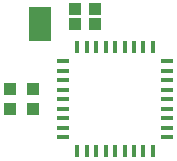
<source format=gbr>
G04 EAGLE Gerber RS-274X export*
G75*
%MOMM*%
%FSLAX34Y34*%
%LPD*%
%INSolderpaste Top*%
%IPPOS*%
%AMOC8*
5,1,8,0,0,1.08239X$1,22.5*%
G01*
%ADD10R,1.000000X0.420000*%
%ADD11R,0.420000X1.000000*%
%ADD12R,1.981200X2.844800*%
%ADD13R,1.000000X1.100000*%
%ADD14R,1.100000X1.000000*%


D10*
X57600Y114300D03*
X57600Y122300D03*
X57600Y130300D03*
X57600Y138300D03*
X57600Y146300D03*
X57600Y106300D03*
X57600Y98300D03*
X57600Y90300D03*
X57600Y82300D03*
D11*
X101600Y70300D03*
X93600Y70300D03*
X85600Y70300D03*
X77600Y70300D03*
X69600Y70300D03*
X109600Y70300D03*
X117600Y70300D03*
X125600Y70300D03*
X133600Y70300D03*
D10*
X145600Y114300D03*
X145600Y106300D03*
X145600Y98300D03*
X145600Y90300D03*
X145600Y82300D03*
X145600Y122300D03*
X145600Y130300D03*
X145600Y138300D03*
X145600Y146300D03*
D11*
X101600Y158300D03*
X109600Y158300D03*
X117600Y158300D03*
X125600Y158300D03*
X133600Y158300D03*
X93600Y158300D03*
X85600Y158300D03*
X77600Y158300D03*
X69600Y158300D03*
D12*
X38100Y177800D03*
D13*
X31750Y122800D03*
X31750Y105800D03*
X12700Y122800D03*
X12700Y105800D03*
D14*
X84700Y190500D03*
X67700Y190500D03*
X84700Y177800D03*
X67700Y177800D03*
M02*

</source>
